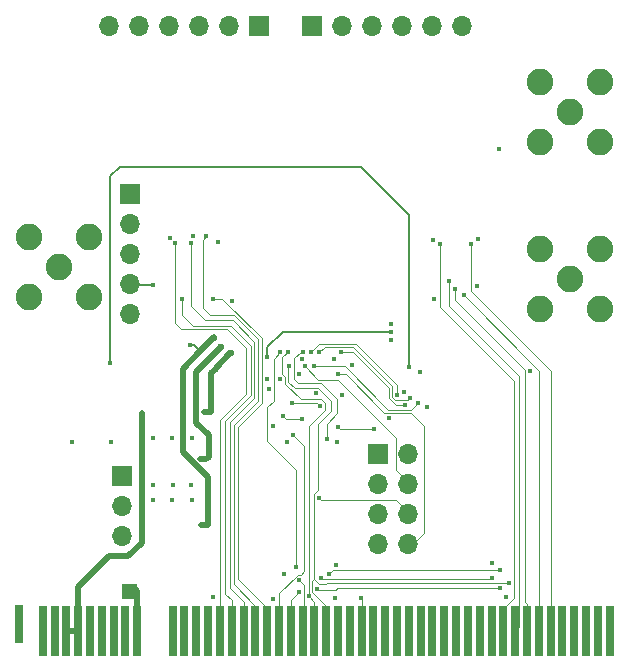
<source format=gbr>
G04 #@! TF.GenerationSoftware,KiCad,Pcbnew,7.0.7-7.0.7~ubuntu22.04.1*
G04 #@! TF.CreationDate,2023-09-29T12:00:57+02:00*
G04 #@! TF.ProjectId,astropix_v4,61737472-6f70-4697-985f-76342e6b6963,1.0*
G04 #@! TF.SameCoordinates,Original*
G04 #@! TF.FileFunction,Copper,L4,Bot*
G04 #@! TF.FilePolarity,Positive*
%FSLAX46Y46*%
G04 Gerber Fmt 4.6, Leading zero omitted, Abs format (unit mm)*
G04 Created by KiCad (PCBNEW 7.0.7-7.0.7~ubuntu22.04.1) date 2023-09-29 12:00:57*
%MOMM*%
%LPD*%
G01*
G04 APERTURE LIST*
G04 #@! TA.AperFunction,ComponentPad*
%ADD10C,2.250000*%
G04 #@! TD*
G04 #@! TA.AperFunction,ComponentPad*
%ADD11R,1.700000X1.700000*%
G04 #@! TD*
G04 #@! TA.AperFunction,ComponentPad*
%ADD12O,1.700000X1.700000*%
G04 #@! TD*
G04 #@! TA.AperFunction,ConnectorPad*
%ADD13R,0.700000X3.200000*%
G04 #@! TD*
G04 #@! TA.AperFunction,ConnectorPad*
%ADD14R,0.700000X4.300000*%
G04 #@! TD*
G04 #@! TA.AperFunction,ViaPad*
%ADD15C,0.450000*%
G04 #@! TD*
G04 #@! TA.AperFunction,ViaPad*
%ADD16C,0.600000*%
G04 #@! TD*
G04 #@! TA.AperFunction,Conductor*
%ADD17C,0.125000*%
G04 #@! TD*
G04 #@! TA.AperFunction,Conductor*
%ADD18C,0.500000*%
G04 #@! TD*
G04 #@! TA.AperFunction,Conductor*
%ADD19C,0.200000*%
G04 #@! TD*
G04 #@! TA.AperFunction,Conductor*
%ADD20C,0.250000*%
G04 #@! TD*
G04 #@! TA.AperFunction,Conductor*
%ADD21C,0.150000*%
G04 #@! TD*
G04 APERTURE END LIST*
D10*
G04 #@! TO.P,J6,1,In*
G04 #@! TO.N,/HV_in_ext*
X109520000Y-75000000D03*
G04 #@! TO.P,J6,2,Ext*
G04 #@! TO.N,GND*
X106980000Y-77540000D03*
X112060000Y-77540000D03*
X106980000Y-72460000D03*
X112060000Y-72460000D03*
G04 #@! TD*
D11*
G04 #@! TO.P,J9,1,Pin_1*
G04 #@! TO.N,/spi_left_mosi*
X126492000Y-54610000D03*
D12*
G04 #@! TO.P,J9,2,Pin_2*
G04 #@! TO.N,/spi_left_miso0*
X123952000Y-54610000D03*
G04 #@! TO.P,J9,3,Pin_3*
G04 #@! TO.N,/spi_left_miso1*
X121412000Y-54610000D03*
G04 #@! TO.P,J9,4,Pin_4*
G04 #@! TO.N,/spi_left_clk*
X118872000Y-54610000D03*
G04 #@! TO.P,J9,5,Pin_5*
G04 #@! TO.N,/spi_left_csn*
X116332000Y-54610000D03*
G04 #@! TO.P,J9,6,Pin_6*
G04 #@! TO.N,GND*
X113792000Y-54610000D03*
G04 #@! TD*
D11*
G04 #@! TO.P,J10,1,Pin_1*
G04 #@! TO.N,/spi_right_clk*
X130937000Y-54610000D03*
D12*
G04 #@! TO.P,J10,2,Pin_2*
G04 #@! TO.N,/spi_right_miso1*
X133477000Y-54610000D03*
G04 #@! TO.P,J10,3,Pin_3*
G04 #@! TO.N,/spi_right_miso0*
X136017000Y-54610000D03*
G04 #@! TO.P,J10,4,Pin_4*
G04 #@! TO.N,/spi_right_csn*
X138557000Y-54610000D03*
G04 #@! TO.P,J10,5,Pin_5*
G04 #@! TO.N,/spi_right_mosi*
X141097000Y-54610000D03*
G04 #@! TO.P,J10,6,Pin_6*
G04 #@! TO.N,GND*
X143637000Y-54610000D03*
G04 #@! TD*
D11*
G04 #@! TO.P,JP1,1,A*
G04 #@! TO.N,/VDD18_in*
X114909600Y-92710000D03*
D12*
G04 #@! TO.P,JP1,2,C*
G04 #@! TO.N,VDD*
X114909600Y-95250000D03*
G04 #@! TO.P,JP1,3,B*
G04 #@! TO.N,/POW4_in*
X114909600Y-97790000D03*
G04 #@! TD*
D10*
G04 #@! TO.P,J4,1,In*
G04 #@! TO.N,Net-(J4-In)*
X152800000Y-76000000D03*
G04 #@! TO.P,J4,2,Ext*
G04 #@! TO.N,GND*
X155340000Y-73460000D03*
X150260000Y-73460000D03*
X155340000Y-78540000D03*
X150260000Y-78540000D03*
G04 #@! TD*
D11*
G04 #@! TO.P,J11,1,Pin_1*
G04 #@! TO.N,Net-(J11-Pin_1)*
X115600000Y-68860000D03*
D12*
G04 #@! TO.P,J11,2,Pin_2*
G04 #@! TO.N,unconnected-(J11-Pin_2-Pad2)*
X115600000Y-71400000D03*
G04 #@! TO.P,J11,3,Pin_3*
G04 #@! TO.N,Net-(J11-Pin_3)*
X115600000Y-73940000D03*
G04 #@! TO.P,J11,4,Pin_4*
G04 #@! TO.N,VDDA*
X115600000Y-76480000D03*
G04 #@! TO.P,J11,5,Pin_5*
G04 #@! TO.N,Net-(J11-Pin_5)*
X115600000Y-79020000D03*
G04 #@! TD*
D11*
G04 #@! TO.P,J2,1,Pin_1*
G04 #@! TO.N,/Vtemp1*
X136600000Y-90820000D03*
D12*
G04 #@! TO.P,J2,2,Pin_2*
G04 #@! TO.N,/pload*
X139140000Y-90820000D03*
G04 #@! TO.P,J2,3,Pin_3*
G04 #@! TO.N,/Vtemp2*
X136600000Y-93360000D03*
G04 #@! TO.P,J2,4,Pin_4*
G04 #@! TO.N,/VPBias*
X139140000Y-93360000D03*
G04 #@! TO.P,J2,5,Pin_5*
G04 #@! TO.N,/vdac_test*
X136600000Y-95900000D03*
G04 #@! TO.P,J2,6,Pin_6*
G04 #@! TO.N,/pamp*
X139140000Y-95900000D03*
G04 #@! TO.P,J2,7,Pin_7*
G04 #@! TO.N,GND*
X136600000Y-98440000D03*
G04 #@! TO.P,J2,8,Pin_8*
G04 #@! TO.N,/cascpix*
X139140000Y-98440000D03*
G04 #@! TD*
D10*
G04 #@! TO.P,J8,1,In*
G04 #@! TO.N,Net-(J8-In)*
X152800000Y-61900000D03*
G04 #@! TO.P,J8,2,Ext*
G04 #@! TO.N,GND*
X155340000Y-59360000D03*
X150260000Y-59360000D03*
X155340000Y-64440000D03*
X150260000Y-64440000D03*
G04 #@! TD*
D13*
G04 #@! TO.P,J1,A1,HV*
G04 #@! TO.N,unconnected-(J1-HV-PadA1)*
X106172000Y-105241000D03*
D14*
G04 #@! TO.P,J1,A3,VDD33*
G04 #@! TO.N,unconnected-(J1-VDD33-PadA3)*
X108172000Y-105791000D03*
G04 #@! TO.P,J1,A4,VDD33*
G04 #@! TO.N,unconnected-(J1-VDD33-PadA4)*
X109172000Y-105791000D03*
G04 #@! TO.P,J1,A5,VSSA*
G04 #@! TO.N,VSSA*
X110172000Y-105791000D03*
G04 #@! TO.P,J1,A6,VSSA*
X111172000Y-105791000D03*
G04 #@! TO.P,J1,A7,POW5*
G04 #@! TO.N,unconnected-(J1-POW5-PadA7)*
X112172000Y-105791000D03*
G04 #@! TO.P,J1,A8,POW5*
G04 #@! TO.N,unconnected-(J1-POW5-PadA8)*
X113172000Y-105791000D03*
G04 #@! TO.P,J1,A9,POW7*
G04 #@! TO.N,unconnected-(J1-POW7-PadA9)*
X114172000Y-105791000D03*
G04 #@! TO.P,J1,A10,POW7*
G04 #@! TO.N,unconnected-(J1-POW7-PadA10)*
X115172000Y-105791000D03*
G04 #@! TO.P,J1,A11,GND*
G04 #@! TO.N,GND*
X116172000Y-105791000D03*
G04 #@! TO.P,J1,A12,C1_1*
G04 #@! TO.N,unconnected-(J1-C1_1-PadA12)*
X119172000Y-105791000D03*
G04 #@! TO.P,J1,A13,C1_2*
G04 #@! TO.N,unconnected-(J1-C1_2-PadA13)*
X120172000Y-105791000D03*
G04 #@! TO.P,J1,A14,C1_5*
G04 #@! TO.N,unconnected-(J1-C1_5-PadA14)*
X121172000Y-105791000D03*
G04 #@! TO.P,J1,A15,C1_6*
G04 #@! TO.N,unconnected-(J1-C1_6-PadA15)*
X122172000Y-105791000D03*
G04 #@! TO.P,J1,A16,FMC_LA23_P*
G04 #@! TO.N,/spi_left_csn*
X123172000Y-105791000D03*
G04 #@! TO.P,J1,A17,FMC_LA23_N*
G04 #@! TO.N,/spi_left_clk*
X124172000Y-105791000D03*
G04 #@! TO.P,J1,A18,FMC_LA21_P*
G04 #@! TO.N,/spi_left_miso1*
X125172000Y-105791000D03*
G04 #@! TO.P,J1,A19,FMC_LA21_N*
G04 #@! TO.N,/spi_left_miso0*
X126172000Y-105791000D03*
G04 #@! TO.P,J1,A20,FMC_LA19_P*
G04 #@! TO.N,/spi_left_mosi*
X127172000Y-105791000D03*
G04 #@! TO.P,J1,A21,FMC_LA19_N*
G04 #@! TO.N,/sr_ldtdac*
X128172000Y-105791000D03*
G04 #@! TO.P,J1,A22,FMC_LA17_CC_P*
G04 #@! TO.N,/sr_out*
X129172000Y-105791000D03*
G04 #@! TO.P,J1,A23,FMC_LA17_CC_N*
G04 #@! TO.N,/sr_rb*
X130172000Y-105791000D03*
G04 #@! TO.P,J1,A24,C2_1*
G04 #@! TO.N,/sr_ck1*
X131172000Y-105791000D03*
G04 #@! TO.P,J1,A25,C2_2*
G04 #@! TO.N,/sr_ck2*
X132172000Y-105791000D03*
G04 #@! TO.P,J1,A26,C2_5*
G04 #@! TO.N,unconnected-(J1-C2_5-PadA26)*
X133172000Y-105791000D03*
G04 #@! TO.P,J1,A27,C2_6*
G04 #@! TO.N,unconnected-(J1-C2_6-PadA27)*
X134172000Y-105791000D03*
G04 #@! TO.P,J1,A28,C3_1*
G04 #@! TO.N,/Inj*
X135172000Y-105791000D03*
G04 #@! TO.P,J1,A29,C3_2*
G04 #@! TO.N,unconnected-(J1-C3_2-PadA29)*
X136172000Y-105791000D03*
G04 #@! TO.P,J1,A30,C3_5*
G04 #@! TO.N,unconnected-(J1-C3_5-PadA30)*
X137172000Y-105791000D03*
G04 #@! TO.P,J1,A31,C3_6*
G04 #@! TO.N,unconnected-(J1-C3_6-PadA31)*
X138172000Y-105791000D03*
G04 #@! TO.P,J1,A32,C4_1*
G04 #@! TO.N,unconnected-(J1-C4_1-PadA32)*
X139172000Y-105791000D03*
G04 #@! TO.P,J1,A33,C4_2*
G04 #@! TO.N,unconnected-(J1-C4_2-PadA33)*
X140172000Y-105791000D03*
G04 #@! TO.P,J1,A34,C4_5*
G04 #@! TO.N,unconnected-(J1-C4_5-PadA34)*
X141172000Y-105791000D03*
G04 #@! TO.P,J1,A35,C4_6*
G04 #@! TO.N,unconnected-(J1-C4_6-PadA35)*
X142172000Y-105791000D03*
G04 #@! TO.P,J1,A36,C5_1*
G04 #@! TO.N,unconnected-(J1-C5_1-PadA36)*
X143172000Y-105791000D03*
G04 #@! TO.P,J1,A37,C5_2*
G04 #@! TO.N,unconnected-(J1-C5_2-PadA37)*
X144172000Y-105791000D03*
G04 #@! TO.P,J1,A38,C5_5*
G04 #@! TO.N,unconnected-(J1-C5_5-PadA38)*
X145172000Y-105791000D03*
G04 #@! TO.P,J1,A39,C5_6*
G04 #@! TO.N,unconnected-(J1-C5_6-PadA39)*
X146172000Y-105791000D03*
G04 #@! TO.P,J1,A40,FMC_LA15_P*
G04 #@! TO.N,/spi_right_clk*
X147172000Y-105791000D03*
G04 #@! TO.P,J1,A41,FMC_LA15_N*
G04 #@! TO.N,/spi_right_miso1*
X148172000Y-105791000D03*
G04 #@! TO.P,J1,A42,FMC_LA13_P*
G04 #@! TO.N,/spi_right_miso0*
X149172000Y-105791000D03*
G04 #@! TO.P,J1,A43,FMC_LA13_N*
G04 #@! TO.N,/spi_right_csn*
X150172000Y-105791000D03*
G04 #@! TO.P,J1,A44,FMC_LA11_P*
G04 #@! TO.N,/spi_right_mosi*
X151172000Y-105791000D03*
G04 #@! TO.P,J1,A45,FMC_LA11_N*
G04 #@! TO.N,unconnected-(J1-FMC_LA11_N-PadA45)*
X152172000Y-105791000D03*
G04 #@! TO.P,J1,A46,FMC_LA09_P*
G04 #@! TO.N,unconnected-(J1-FMC_LA09_P-PadA46)*
X153172000Y-105791000D03*
G04 #@! TO.P,J1,A47,FMC_LA09_N*
G04 #@! TO.N,unconnected-(J1-FMC_LA09_N-PadA47)*
X154172000Y-105791000D03*
G04 #@! TO.P,J1,A48,FMC_LA07_P*
G04 #@! TO.N,unconnected-(J1-FMC_LA07_P-PadA48)*
X155172000Y-105791000D03*
G04 #@! TO.P,J1,A49,FMC_LA07_N*
G04 #@! TO.N,unconnected-(J1-FMC_LA07_N-PadA49)*
X156172000Y-105791000D03*
G04 #@! TD*
D15*
G04 #@! TO.N,VDD*
X122025400Y-91274600D03*
D16*
X123300000Y-81800000D03*
D15*
X121523700Y-91274600D03*
G04 #@! TO.N,VDDA*
X117488000Y-76500000D03*
X121551404Y-96863200D03*
X122123200Y-96850200D03*
X120620492Y-81640000D03*
D16*
X122700000Y-81000000D03*
D15*
G04 #@! TO.N,suba*
X113900000Y-83125000D03*
X139200000Y-83490000D03*
G04 #@! TO.N,/res_n*
X128265771Y-82235272D03*
X129584000Y-100400000D03*
G04 #@! TO.N,/DAC_blpix*
X138150000Y-85850000D03*
X130900000Y-82200000D03*
G04 #@! TO.N,/Inj*
X135100000Y-103000000D03*
G04 #@! TO.N,/DAC_VCasc2!*
X138850000Y-86700000D03*
X133390000Y-82220000D03*
G04 #@! TO.N,/DAC_vminuspix*
X131170000Y-83395498D03*
X139950000Y-86550000D03*
G04 #@! TO.N,/DAC_ThPix*
X131600000Y-82200000D03*
X139300000Y-86100000D03*
G04 #@! TO.N,/sr_ck2*
X147660000Y-101787500D03*
X129026827Y-83419502D03*
G04 #@! TO.N,/sr_ck1*
X131412000Y-102308672D03*
X128941087Y-82187725D03*
X130724000Y-102900000D03*
X146850000Y-102199500D03*
G04 #@! TO.N,/sr_ld*
X146200000Y-101300000D03*
X131655441Y-86745913D03*
X129287500Y-86500000D03*
X131690000Y-101370000D03*
G04 #@! TO.N,/sr_sin*
X146920000Y-100700000D03*
X132238000Y-89600000D03*
X130184319Y-82203130D03*
X132412000Y-101000000D03*
G04 #@! TO.N,GND*
X145000000Y-72600000D03*
X122560000Y-102920000D03*
X128860000Y-89830000D03*
X137700000Y-81200000D03*
X137700000Y-79800000D03*
X120777000Y-94742000D03*
X131300000Y-85700000D03*
X149411002Y-83769945D03*
X129900000Y-84100000D03*
X117500400Y-93421200D03*
X141200000Y-72700000D03*
X119150000Y-89450000D03*
X115824000Y-102717600D03*
X140700000Y-86900000D03*
X128300000Y-84500000D03*
X134350000Y-83300000D03*
X119176800Y-93421200D03*
X124230000Y-77870000D03*
X132800000Y-82800000D03*
X133120000Y-89800000D03*
X138800000Y-85600000D03*
X120900000Y-72400000D03*
X115214400Y-102743000D03*
X120800000Y-89450000D03*
X140120000Y-83890000D03*
X120751600Y-93421200D03*
X117550000Y-89450000D03*
X115824000Y-102108000D03*
X118988000Y-72558655D03*
X146800000Y-65000000D03*
X110642400Y-89814400D03*
X127640000Y-103090000D03*
X117500388Y-94691200D03*
X132900000Y-103040000D03*
X127300000Y-85300000D03*
X130100000Y-82800000D03*
X119151402Y-94691200D03*
X127700000Y-88500000D03*
X147390000Y-102920000D03*
X128620000Y-101040000D03*
X115214400Y-102108000D03*
X123000000Y-72900000D03*
X146190000Y-100040000D03*
X133521904Y-85818767D03*
X141300000Y-77700000D03*
X144900000Y-76600000D03*
X133030000Y-100200000D03*
X113944400Y-89814398D03*
X137470000Y-87770000D03*
X127200000Y-84500000D03*
G04 #@! TO.N,/interrupt*
X128500000Y-87600000D03*
X130087500Y-87884543D03*
G04 #@! TO.N,/spi_left_csn*
X119400000Y-73000000D03*
G04 #@! TO.N,/spi_left_clk*
X120000000Y-77680000D03*
G04 #@! TO.N,/spi_left_mosi*
X122600000Y-77700000D03*
G04 #@! TO.N,/spi_left_miso0*
X122000000Y-72400000D03*
G04 #@! TO.N,/spi_left_miso1*
X120700000Y-73000000D03*
G04 #@! TO.N,/spi_right_csn*
X143800000Y-77400000D03*
G04 #@! TO.N,/spi_right_clk*
X141800000Y-73099996D03*
G04 #@! TO.N,/spi_right_mosi*
X144400000Y-73100000D03*
G04 #@! TO.N,/spi_right_miso0*
X143100000Y-76900000D03*
G04 #@! TO.N,/spi_right_miso1*
X142600000Y-76200000D03*
G04 #@! TO.N,/sr_rb*
X129900000Y-101500000D03*
G04 #@! TO.N,/sr_out*
X129899500Y-102500000D03*
G04 #@! TO.N,/sr_ldtdac*
X129400000Y-89250000D03*
G04 #@! TO.N,VSSA*
X116550000Y-88650000D03*
X122400000Y-87300000D03*
X116550000Y-87400000D03*
D16*
X124100000Y-82300000D03*
D15*
X116550000Y-88000000D03*
X121800000Y-87300000D03*
G04 #@! TO.N,Net-(J8-In)*
X137700000Y-80500000D03*
X127200000Y-82600000D03*
G04 #@! TO.N,/cascpix*
X133200000Y-84100000D03*
G04 #@! TO.N,/pamp*
X131588000Y-94560000D03*
G04 #@! TO.N,/VPBias*
X130388677Y-83422656D03*
G04 #@! TO.N,/pload*
X136180000Y-88700000D03*
X133160000Y-88560000D03*
G04 #@! TD*
D17*
G04 #@! TO.N,/DAC_vminuspix*
X137749417Y-87112500D02*
X139387500Y-87112500D01*
X133732998Y-83395498D02*
X137445000Y-87107500D01*
X139387500Y-87112500D02*
X139950000Y-86550000D01*
X131170000Y-83395498D02*
X133732998Y-83395498D01*
X137445000Y-87107500D02*
X137744417Y-87107500D01*
X137744417Y-87107500D02*
X137749417Y-87112500D01*
D18*
G04 #@! TO.N,VDD*
X122208529Y-89228529D02*
X122208529Y-91091471D01*
X123300000Y-81800000D02*
X121175000Y-83925000D01*
X122025400Y-91274600D02*
X121523700Y-91274600D01*
X121175000Y-83925000D02*
X121175000Y-87805000D01*
X121175000Y-87805000D02*
X121180000Y-87810000D01*
X122208529Y-91091471D02*
X122025400Y-91274600D01*
X121180000Y-87810000D02*
X121180000Y-88200000D01*
X121180000Y-88200000D02*
X122208529Y-89228529D01*
G04 #@! TO.N,VDDA*
X122123200Y-92757983D02*
X122123200Y-96850200D01*
D19*
X121020000Y-81640000D02*
X121515000Y-82135000D01*
D18*
X122700000Y-81000000D02*
X122700000Y-80950000D01*
X121515000Y-82135000D02*
X120040000Y-83610000D01*
X122123200Y-96850200D02*
X121564404Y-96850200D01*
X122700000Y-80950000D02*
X121515000Y-82135000D01*
X120040000Y-83610000D02*
X120040000Y-90674783D01*
D19*
X117488000Y-76500000D02*
X115620000Y-76500000D01*
X120620492Y-81640000D02*
X121020000Y-81640000D01*
D18*
X122672500Y-80995000D02*
X122667500Y-81000000D01*
X120040000Y-90674783D02*
X122123200Y-92757983D01*
X122667500Y-81000000D02*
X122700000Y-81000000D01*
D20*
X121564404Y-96850200D02*
X121551404Y-96863200D01*
D17*
X115620000Y-76500000D02*
X115600000Y-76480000D01*
D21*
G04 #@! TO.N,suba*
X135100000Y-66500000D02*
X114700000Y-66500000D01*
X139200000Y-83490000D02*
X139200000Y-70600000D01*
X114700000Y-66500000D02*
X113900000Y-67300000D01*
X113900000Y-67300000D02*
X113900000Y-83125000D01*
X139200000Y-70600000D02*
X135100000Y-66500000D01*
D17*
G04 #@! TO.N,/res_n*
X129584000Y-100400000D02*
X129584000Y-92184000D01*
X127150000Y-86900000D02*
X127712500Y-86337500D01*
X127712500Y-86337500D02*
X127712500Y-82788543D01*
X127712500Y-82788543D02*
X128265771Y-82235272D01*
X129584000Y-92184000D02*
X127150000Y-89750000D01*
X127150000Y-89750000D02*
X127150000Y-86900000D01*
G04 #@! TO.N,/DAC_blpix*
X130900000Y-82186136D02*
X131579605Y-81506531D01*
X130900000Y-82200000D02*
X130900000Y-82186136D01*
X131579605Y-81506531D02*
X134656531Y-81506531D01*
X138150000Y-85000000D02*
X134656531Y-81506531D01*
X138150000Y-85850000D02*
X138150000Y-85000000D01*
G04 #@! TO.N,/Inj*
X135172000Y-105791000D02*
X135172000Y-103072000D01*
X135172000Y-103072000D02*
X135100000Y-103000000D01*
G04 #@! TO.N,/DAC_VCasc2!*
X137450000Y-86086917D02*
X138063083Y-86700000D01*
X133390000Y-82220000D02*
X134423553Y-82220000D01*
X134423553Y-82220000D02*
X137450000Y-85246447D01*
X137450000Y-85246447D02*
X137450000Y-86086917D01*
X138063083Y-86700000D02*
X138850000Y-86700000D01*
G04 #@! TO.N,/DAC_ThPix*
X131600000Y-82200000D02*
X132043469Y-81756531D01*
X139112500Y-86287500D02*
X139300000Y-86100000D01*
X137737500Y-85087500D02*
X137737500Y-86020864D01*
X137737500Y-86020864D02*
X138004136Y-86287500D01*
X132043469Y-81756531D02*
X134406531Y-81756531D01*
X134406531Y-81756531D02*
X137737500Y-85087500D01*
X138004136Y-86287500D02*
X139112500Y-86287500D01*
G04 #@! TO.N,/sr_ck2*
X132570000Y-86370000D02*
X132570000Y-87190000D01*
X147660000Y-101787500D02*
X132215864Y-101787500D01*
X131175500Y-94224500D02*
X131175500Y-101436500D01*
X131558536Y-101832500D02*
X131175500Y-101449464D01*
X131000000Y-101612000D02*
X131000000Y-102500000D01*
X132215864Y-101787500D02*
X132170864Y-101832500D01*
X132570000Y-87190000D02*
X131500000Y-88260000D01*
X131000000Y-102500000D02*
X132172000Y-103672000D01*
X129026827Y-83419502D02*
X128962500Y-83483829D01*
X131500000Y-88260000D02*
X131500000Y-93900000D01*
X129533947Y-85287500D02*
X131487500Y-85287500D01*
X132170864Y-101832500D02*
X131558536Y-101832500D01*
X131175500Y-101436500D02*
X131000000Y-101612000D01*
X128962500Y-84716053D02*
X129533947Y-85287500D01*
X128962500Y-83483829D02*
X128962500Y-84716053D01*
X131487500Y-85287500D02*
X132570000Y-86370000D01*
X131500000Y-93900000D02*
X131175500Y-94224500D01*
X132172000Y-103672000D02*
X132172000Y-105791000D01*
G04 #@! TO.N,/sr_ck1*
X131415828Y-102312500D02*
X132987500Y-102312500D01*
X131172000Y-103348000D02*
X131172000Y-105791000D01*
X131412000Y-102308672D02*
X131415828Y-102312500D01*
X128896682Y-82187725D02*
X128450000Y-82634407D01*
X132067941Y-86517941D02*
X132067941Y-87142059D01*
X128712500Y-84912500D02*
X130000000Y-86200000D01*
X131750000Y-86200000D02*
X132067941Y-86517941D01*
X133088939Y-102211061D02*
X133000000Y-102300000D01*
X132067941Y-87142059D02*
X130700000Y-88510000D01*
X130000000Y-86200000D02*
X131750000Y-86200000D01*
X128450000Y-82634407D02*
X128450000Y-84066636D01*
X128941087Y-82187725D02*
X128896682Y-82187725D01*
X128712500Y-84329136D02*
X128712500Y-84912500D01*
X130700000Y-102600000D02*
X130724000Y-102624000D01*
X128450000Y-84066636D02*
X128712500Y-84329136D01*
X146850000Y-102199500D02*
X146838439Y-102211061D01*
X132987500Y-102312500D02*
X133088939Y-102211061D01*
X130700000Y-88510000D02*
X130700000Y-102600000D01*
X130724000Y-102900000D02*
X131172000Y-103348000D01*
X130724000Y-102624000D02*
X130724000Y-102900000D01*
X146838439Y-102211061D02*
X133088939Y-102211061D01*
G04 #@! TO.N,/sr_ld*
X146087500Y-101412500D02*
X146200000Y-101300000D01*
X131732500Y-101412500D02*
X146087500Y-101412500D01*
X131409528Y-86500000D02*
X131655441Y-86745913D01*
X131690000Y-101370000D02*
X131732500Y-101412500D01*
X129287500Y-86500000D02*
X131409528Y-86500000D01*
G04 #@! TO.N,/sr_sin*
X146920000Y-100700000D02*
X132712000Y-100700000D01*
X132240000Y-88260000D02*
X132240000Y-89507364D01*
X129800000Y-84800000D02*
X131700000Y-84800000D01*
X130200000Y-82169065D02*
X130030935Y-82169065D01*
X130030935Y-82169065D02*
X129487500Y-82712500D01*
X132712000Y-100700000D02*
X132412000Y-101000000D01*
X129487500Y-82712500D02*
X129487500Y-84487500D01*
X129487500Y-84487500D02*
X129800000Y-84800000D01*
X131700000Y-84800000D02*
X133100000Y-86200000D01*
X133100000Y-86200000D02*
X133100000Y-87400000D01*
X133100000Y-87400000D02*
X132240000Y-88260000D01*
X132240000Y-89507364D02*
X132238000Y-89509364D01*
D18*
G04 #@! TO.N,GND*
X116172000Y-105791000D02*
X116172000Y-102456000D01*
X116172000Y-102456000D02*
X115824000Y-102108000D01*
D17*
G04 #@! TO.N,/interrupt*
X128784543Y-87884543D02*
X130087500Y-87884543D01*
X128500000Y-87600000D02*
X128784543Y-87884543D01*
G04 #@! TO.N,/spi_left_csn*
X123172000Y-103837011D02*
X123172000Y-105791000D01*
X119900978Y-80250978D02*
X119400000Y-79750000D01*
X119400000Y-79750000D02*
X119400000Y-73000000D01*
X125360000Y-81841282D02*
X123769696Y-80250978D01*
X123172000Y-105791000D02*
X123172000Y-87948000D01*
X123769696Y-80250978D02*
X119900978Y-80250978D01*
X125360000Y-85760000D02*
X125360000Y-81841282D01*
X123172000Y-87948000D02*
X125360000Y-85760000D01*
G04 #@! TO.N,/spi_left_clk*
X120000000Y-79100000D02*
X120900000Y-80000000D01*
X123620000Y-102670000D02*
X124172000Y-103222000D01*
X125800000Y-85830000D02*
X123620000Y-88010000D01*
X120900000Y-80000000D02*
X121092893Y-80000000D01*
X124100978Y-80000978D02*
X125800000Y-81700000D01*
X123620000Y-88010000D02*
X123620000Y-102670000D01*
X125800000Y-81700000D02*
X125800000Y-85830000D01*
X121093871Y-80000978D02*
X124100978Y-80000978D01*
X124172000Y-103222000D02*
X124172000Y-105791000D01*
X120000000Y-77680000D02*
X120000000Y-79100000D01*
X121092893Y-80000000D02*
X121093871Y-80000978D01*
G04 #@! TO.N,/spi_left_mosi*
X127172000Y-103852000D02*
X127172000Y-105791000D01*
X126700000Y-81041414D02*
X126700000Y-86520000D01*
X124700000Y-101380000D02*
X127172000Y-103852000D01*
X124700000Y-88520000D02*
X124700000Y-101380000D01*
X126700000Y-86520000D02*
X124700000Y-88520000D01*
X123358586Y-77700000D02*
X126700000Y-81041414D01*
X122600000Y-77700000D02*
X123358586Y-77700000D01*
G04 #@! TO.N,/spi_left_miso0*
X121700000Y-78500000D02*
X122300000Y-79100000D01*
X122300000Y-79100000D02*
X124405032Y-79100000D01*
X126400000Y-86310000D02*
X124360000Y-88350000D01*
X126172000Y-103692000D02*
X126172000Y-105791000D01*
X124405032Y-79100000D02*
X126400000Y-81094968D01*
X124360000Y-88350000D02*
X124360000Y-101880000D01*
X124360000Y-101880000D02*
X126172000Y-103692000D01*
X126400000Y-81094968D02*
X126400000Y-86310000D01*
X121700000Y-72700000D02*
X121700000Y-78500000D01*
X122000000Y-72400000D02*
X121700000Y-72700000D01*
G04 #@! TO.N,/spi_left_miso1*
X120700000Y-73000000D02*
X120700000Y-78300000D01*
X124020000Y-88160000D02*
X124020000Y-102180000D01*
X126100000Y-81347139D02*
X126100000Y-86080000D01*
X120700000Y-78300000D02*
X121900000Y-79500000D01*
X125172000Y-103332000D02*
X125172000Y-105791000D01*
X124020000Y-102180000D02*
X125172000Y-103332000D01*
X126100000Y-86080000D02*
X124020000Y-88160000D01*
X121900000Y-79500000D02*
X124252861Y-79500000D01*
X124252861Y-79500000D02*
X126100000Y-81347139D01*
G04 #@! TO.N,/spi_right_csn*
X150172000Y-83772000D02*
X143800000Y-77400000D01*
X150172000Y-105791000D02*
X150172000Y-83772000D01*
G04 #@! TO.N,/spi_right_clk*
X147172000Y-103991000D02*
X148100000Y-103063000D01*
X148100000Y-84700000D02*
X141800000Y-78400000D01*
X147172000Y-105791000D02*
X147172000Y-103991000D01*
X130937000Y-54637000D02*
X130937000Y-54610000D01*
X148100000Y-103063000D02*
X148100000Y-84700000D01*
X141800000Y-78400000D02*
X141800000Y-73099996D01*
G04 #@! TO.N,/spi_right_mosi*
X151172000Y-105791000D02*
X151172000Y-83772000D01*
X144400000Y-77000000D02*
X144400000Y-73100000D01*
X151172000Y-83772000D02*
X144400000Y-77000000D01*
G04 #@! TO.N,/spi_right_miso0*
X143100000Y-77794304D02*
X143100000Y-76900000D01*
X149172000Y-103516000D02*
X149172000Y-105791000D01*
X143100000Y-77794304D02*
X148999002Y-83693306D01*
X148999002Y-83693306D02*
X148999002Y-103343002D01*
X148999002Y-103343002D02*
X149172000Y-103516000D01*
G04 #@! TO.N,/spi_right_miso1*
X148500000Y-84200000D02*
X148500000Y-105463000D01*
X142600000Y-78300000D02*
X142600000Y-76200000D01*
X142600000Y-78300000D02*
X148500000Y-84200000D01*
X148500000Y-105463000D02*
X148172000Y-105791000D01*
G04 #@! TO.N,/sr_rb*
X129900000Y-101500000D02*
X130312000Y-101912000D01*
X130312000Y-105651000D02*
X130172000Y-105791000D01*
X130312000Y-101912000D02*
X130312000Y-105651000D01*
G04 #@! TO.N,/sr_out*
X129172000Y-103227500D02*
X129172000Y-105791000D01*
X129899500Y-102500000D02*
X129172000Y-103227500D01*
G04 #@! TO.N,/sr_ldtdac*
X130312500Y-90162500D02*
X130312500Y-100770864D01*
X130033364Y-101050000D02*
X129766636Y-101050000D01*
X129766636Y-101050000D02*
X128172000Y-102644636D01*
X128172000Y-102644636D02*
X128172000Y-105791000D01*
X130312500Y-100770864D02*
X130033364Y-101050000D01*
X129400000Y-89250000D02*
X130312500Y-90162500D01*
D18*
G04 #@! TO.N,VSSA*
X116550000Y-88000000D02*
X116550000Y-87400000D01*
X122400000Y-87300000D02*
X121800000Y-87300000D01*
X124067500Y-82300000D02*
X124100000Y-82300000D01*
X111172000Y-105791000D02*
X111172000Y-102128000D01*
X116550000Y-88650000D02*
X116550000Y-88000000D01*
X124100000Y-82267500D02*
X124072500Y-82295000D01*
X115400000Y-99500000D02*
X116550000Y-98350000D01*
X122800000Y-83567500D02*
X124067500Y-82300000D01*
X111172000Y-102128000D02*
X113800000Y-99500000D01*
X110172000Y-105791000D02*
X111172000Y-105791000D01*
X122800000Y-83600000D02*
X122800000Y-83567500D01*
X122400000Y-84000000D02*
X122800000Y-83600000D01*
X124100000Y-82300000D02*
X124100000Y-82267500D01*
X113800000Y-99500000D02*
X115400000Y-99500000D01*
X122400000Y-87300000D02*
X122400000Y-84000000D01*
X116550000Y-98350000D02*
X116550000Y-88650000D01*
D19*
G04 #@! TO.N,Net-(J8-In)*
X128500000Y-80500000D02*
X137700000Y-80500000D01*
X127200000Y-82600000D02*
X127200000Y-81800000D01*
X127200000Y-81800000D02*
X128500000Y-80500000D01*
D17*
G04 #@! TO.N,/cascpix*
X139362500Y-87362500D02*
X137645864Y-87362500D01*
X140477500Y-97542500D02*
X140477500Y-88477500D01*
X137067500Y-87357500D02*
X133810000Y-84100000D01*
X137645864Y-87362500D02*
X137640864Y-87357500D01*
X133810000Y-84100000D02*
X133200000Y-84100000D01*
X140477500Y-88477500D02*
X139362500Y-87362500D01*
X137640864Y-87357500D02*
X137067500Y-87357500D01*
X139440000Y-98580000D02*
X140477500Y-97542500D01*
G04 #@! TO.N,/pamp*
X131728000Y-94700000D02*
X138100000Y-94700000D01*
X138100000Y-94700000D02*
X139440000Y-96040000D01*
X131588000Y-94560000D02*
X131728000Y-94700000D01*
G04 #@! TO.N,/VPBias*
X138100000Y-89500000D02*
X138100000Y-92160000D01*
X138100000Y-92160000D02*
X139440000Y-93500000D01*
X130388677Y-83422656D02*
X131516021Y-84550000D01*
X131516021Y-84550000D02*
X133150000Y-84550000D01*
X133150000Y-84550000D02*
X138100000Y-89500000D01*
G04 #@! TO.N,/pload*
X136180000Y-88700000D02*
X133300000Y-88700000D01*
X133300000Y-88700000D02*
X133160000Y-88560000D01*
G04 #@! TD*
G04 #@! TA.AperFunction,Conductor*
G04 #@! TO.N,GND*
G36*
X116121721Y-101823202D02*
G01*
X116168214Y-101876858D01*
X116179600Y-101929200D01*
X116179600Y-102947200D01*
X116159598Y-103015321D01*
X116105942Y-103061814D01*
X116053600Y-103073200D01*
X114984800Y-103073200D01*
X114916679Y-103053198D01*
X114870186Y-102999542D01*
X114858800Y-102947200D01*
X114858800Y-101929200D01*
X114878802Y-101861079D01*
X114932458Y-101814586D01*
X114984800Y-101803200D01*
X116053600Y-101803200D01*
X116121721Y-101823202D01*
G37*
G04 #@! TD.AperFunction*
G04 #@! TD*
M02*

</source>
